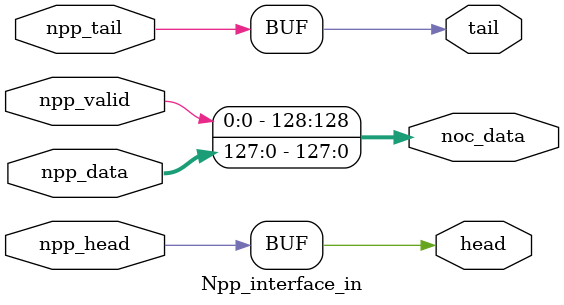
<source format=v>
module Npp_interface_in #(
    parameter   DATA_WIDTH      =      128            
)(
    input                                  npp_valid     ,
    input    [DATA_WIDTH - 1 : 0]          npp_data      ,
    input                                  npp_head      ,
    input                                  npp_tail      ,
    
    output   [DATA_WIDTH : 0]              noc_data      , //noc2axi data  
    output                                 head          ,
    output                                 tail       
);

assign  noc_data            =                   {npp_valid, npp_data}           ;
assign  head                =                   npp_head                        ;
assign  tail                =                   npp_tail                        ; 


endmodule //Npp_interface_in

</source>
